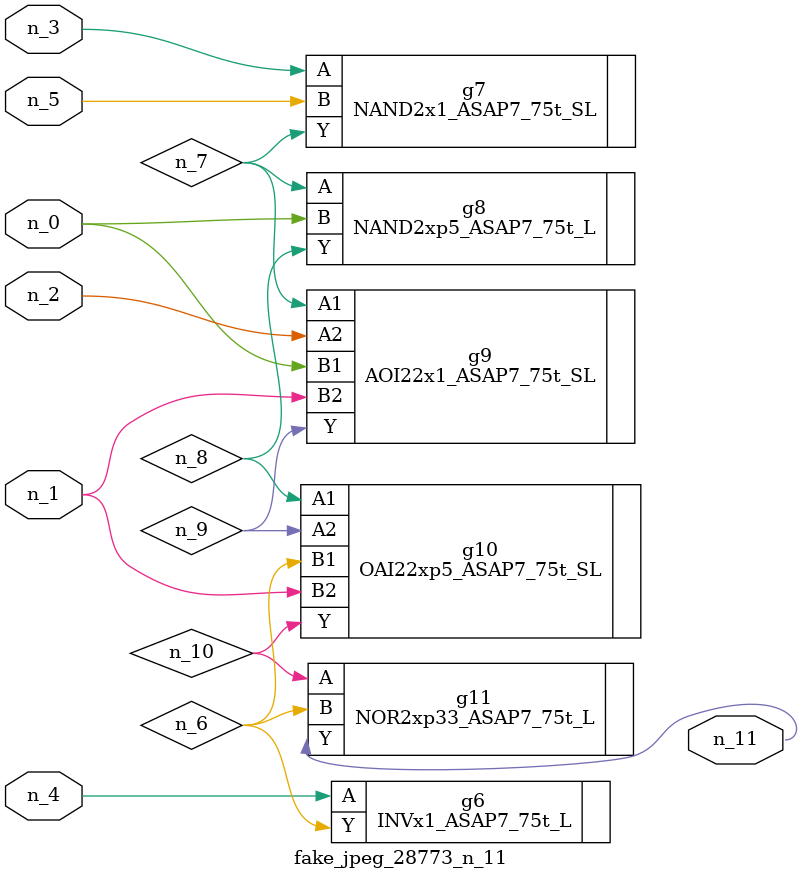
<source format=v>
module fake_jpeg_28773_n_11 (n_3, n_2, n_1, n_0, n_4, n_5, n_11);

input n_3;
input n_2;
input n_1;
input n_0;
input n_4;
input n_5;

output n_11;

wire n_10;
wire n_8;
wire n_9;
wire n_6;
wire n_7;

INVx1_ASAP7_75t_L g6 ( 
.A(n_4),
.Y(n_6)
);

NAND2x1_ASAP7_75t_SL g7 ( 
.A(n_3),
.B(n_5),
.Y(n_7)
);

NAND2xp5_ASAP7_75t_L g8 ( 
.A(n_7),
.B(n_0),
.Y(n_8)
);

OAI22xp5_ASAP7_75t_SL g10 ( 
.A1(n_8),
.A2(n_9),
.B1(n_6),
.B2(n_1),
.Y(n_10)
);

AOI22x1_ASAP7_75t_SL g9 ( 
.A1(n_7),
.A2(n_2),
.B1(n_0),
.B2(n_1),
.Y(n_9)
);

NOR2xp33_ASAP7_75t_L g11 ( 
.A(n_10),
.B(n_6),
.Y(n_11)
);


endmodule
</source>
